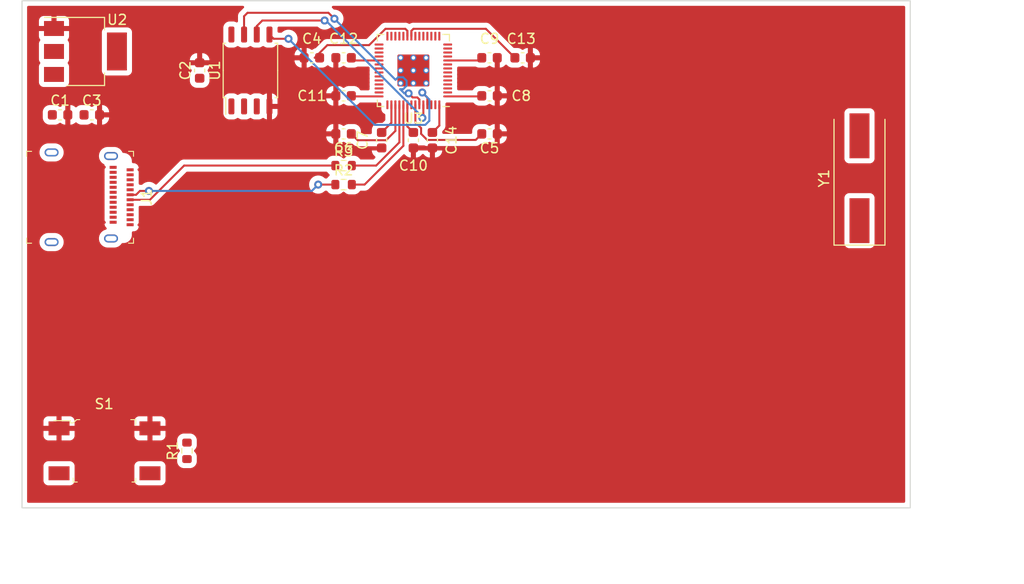
<source format=kicad_pcb>
(kicad_pcb (version 20211014) (generator pcbnew)
  (layers (0 "F.Cu" signal) (31 "B.Cu" signal) (34 "B.Paste" user) (35 "F.Paste" user) (36 "B.SilkS" user "B.Silkscreen") (37 "F.SilkS" user "F.Silkscreen") (38 "B.Mask" user) (39 "F.Mask" user) (44 "Edge.Cuts" user))
  (net 0 "")
  (net 1 "GND")
  (net 2 "Net-(R1-Pad1)")
  (net 3 "+3V3")
  (net 4 "Net-(U1-Pad2)")
  (net 5 "Net-(U1-Pad3)")
  (net 6 "Net-(U1-Pad5)")
  (net 7 "/QSPI_CLK")
  (net 8 "Net-(U1-Pad7)")
  (net 9 "VBUS")
  (net 28 "/XIN")
  (net 29 "/XOUT")
  (net 30 "+1V1")
  (net 48 "Net-(R3-Pad2)")
  (net 49 "Net-(R2-Pad2)")
  (net 59 "/USB_D+")
  (net 60 "/USB_D-")
  (footprint "Capacitor_SMD:C_0603_1608Metric" (layer "F.Cu") (at 159.325 77.47)
    (fp_text reference "C13" (at -0.14 -1.905) (layer "F.SilkS"))
    (fp_text value "100nF")
    (fp_line (start -0.14058 0.51) (end 0.14058 0.51) (layer "F.SilkS") (width 0.12))
    (fp_line (start -0.14058 -0.51) (end 0.14058 -0.51) (layer "F.SilkS") (width 0.12))
    (pad "1" smd roundrect (at -0.775 0) (size 0.9 0.95) (layers "F.Cu" "F.Paste" "F.Mask") (net 3 "+3V3"))
    (pad "2" smd roundrect (at 0.775 0) (size 0.9 0.95) (layers "F.Cu" "F.Paste" "F.Mask") (net 1 "GND"))
  )
  (footprint "custom:RP2040-QFN-56" (layer "F.Cu") (at 148.39 78.74 180)
    (fp_text reference "U3" (at 0 -4.82) (layer "F.SilkS"))
    (fp_text value "RP2040")
    (fp_line (start 3.61 3.61) (end 3.61 2.96) (layer "F.SilkS") (width 0.12))
    (fp_line (start -3.61 3.61) (end -3.61 2.96) (layer "F.SilkS") (width 0.12))
    (fp_line (start 3.61 -3.61) (end 3.61 -2.96) (layer "F.SilkS") (width 0.12))
    (fp_line (start -2.96 3.61) (end -3.61 3.61) (layer "F.SilkS") (width 0.12))
    (fp_line (start 2.96 -3.61) (end 3.61 -3.61) (layer "F.SilkS") (width 0.12))
    (fp_line (start 2.96 3.61) (end 3.61 3.61) (layer "F.SilkS") (width 0.12))
    (fp_line (start -2.96 -3.61) (end -3.61 -3.61) (layer "F.SilkS") (width 0.12))
    (pad "1" smd roundrect locked (at -3.4375 -2.6 180) (size 0.875 0.2) (layers "F.Cu" "F.Paste" "F.Mask") (net 3 "+3V3"))
    (pad "2" smd roundrect locked (at -3.4375 -2.2 180) (size 0.875 0.2) (layers "F.Cu" "F.Paste" "F.Mask"))
    (pad "3" smd roundrect locked (at -3.4375 -1.8 180) (size 0.875 0.2) (layers "F.Cu" "F.Paste" "F.Mask"))
    (pad "4" smd roundrect locked (at -3.4375 -1.4 180) (size 0.875 0.2) (layers "F.Cu" "F.Paste" "F.Mask"))
    (pad "5" smd roundrect locked (at -3.4375 -1 180) (size 0.875 0.2) (layers "F.Cu" "F.Paste" "F.Mask"))
    (pad "6" smd roundrect locked (at -3.4375 -0.6 180) (size 0.875 0.2) (layers "F.Cu" "F.Paste" "F.Mask"))
    (pad "7" smd roundrect locked (at -3.4375 -0.2 180) (size 0.875 0.2) (layers "F.Cu" "F.Paste" "F.Mask"))
    (pad "8" smd roundrect locked (at -3.4375 0.2 180) (size 0.875 0.2) (layers "F.Cu" "F.Paste" "F.Mask"))
    (pad "9" smd roundrect locked (at -3.4375 0.6 180) (size 0.875 0.2) (layers "F.Cu" "F.Paste" "F.Mask"))
    (pad "10" smd roundrect locked (at -3.4375 1 180) (size 0.875 0.2) (layers "F.Cu" "F.Paste" "F.Mask") (net 3 "+3V3"))
    (pad "11" smd roundrect locked (at -3.4375 1.4 180) (size 0.875 0.2) (layers "F.Cu" "F.Paste" "F.Mask"))
    (pad "12" smd roundrect locked (at -3.4375 1.8 180) (size 0.875 0.2) (layers "F.Cu" "F.Paste" "F.Mask"))
    (pad "13" smd roundrect locked (at -3.4375 2.2 180) (size 0.875 0.2) (layers "F.Cu" "F.Paste" "F.Mask"))
    (pad "14" smd roundrect locked (at -3.4375 2.6 180) (size 0.875 0.2) (layers "F.Cu" "F.Paste" "F.Mask"))
    (pad "15" smd roundrect locked (at -2.6 3.4375 180) (size 0.2 0.875) (layers "F.Cu" "F.Paste" "F.Mask"))
    (pad "16" smd roundrect locked (at -2.2 3.4375 180) (size 0.2 0.875) (layers "F.Cu" "F.Paste" "F.Mask"))
    (pad "17" smd roundrect locked (at -1.8 3.4375 180) (size 0.2 0.875) (layers "F.Cu" "F.Paste" "F.Mask"))
    (pad "18" smd roundrect locked (at -1.4 3.4375 180) (size 0.2 0.875) (layers "F.Cu" "F.Paste" "F.Mask"))
    (pad "19" smd roundrect locked (at -1 3.4375 180) (size 0.2 0.875) (layers "F.Cu" "F.Paste" "F.Mask"))
    (pad "20" smd roundrect locked (at -0.6 3.4375 180) (size 0.2 0.875) (layers "F.Cu" "F.Paste" "F.Mask") (net 28 "/XIN"))
    (pad "21" smd roundrect locked (at -0.2 3.4375 180) (size 0.2 0.875) (layers "F.Cu" "F.Paste" "F.Mask") (net 29 "/XOUT"))
    (pad "22" smd roundrect locked (at 0.2 3.4375 180) (size 0.2 0.875) (layers "F.Cu" "F.Paste" "F.Mask") (net 3 "+3V3"))
    (pad "23" smd roundrect locked (at 0.6 3.4375 180) (size 0.2 0.875) (layers "F.Cu" "F.Paste" "F.Mask") (net 30 "+1V1"))
    (pad "24" smd roundrect locked (at 1 3.4375 180) (size 0.2 0.875) (layers "F.Cu" "F.Paste" "F.Mask"))
    (pad "25" smd roundrect locked (at 1.4 3.4375 180) (size 0.2 0.875) (layers "F.Cu" "F.Paste" "F.Mask"))
    (pad "26" smd roundrect locked (at 1.8 3.4375 180) (size 0.2 0.875) (layers "F.Cu" "F.Paste" "F.Mask"))
    (pad "27" smd roundrect locked (at 2.2 3.4375 180) (size 0.2 0.875) (layers "F.Cu" "F.Paste" "F.Mask"))
    (pad "28" smd roundrect locked (at 2.6 3.4375 180) (size 0.2 0.875) (layers "F.Cu" "F.Paste" "F.Mask"))
    (pad "29" smd roundrect locked (at 3.4375 2.6 180) (size 0.875 0.2) (layers "F.Cu" "F.Paste" "F.Mask"))
    (pad "30" smd roundrect locked (at 3.4375 2.2 180) (size 0.875 0.2) (layers "F.Cu" "F.Paste" "F.Mask"))
    (pad "31" smd roundrect locked (at 3.4375 1.8 180) (size 0.875 0.2) (layers "F.Cu" "F.Paste" "F.Mask"))
    (pad "32" smd roundrect locked (at 3.4375 1.4 180) (size 0.875 0.2) (layers "F.Cu" "F.Paste" "F.Mask"))
    (pad "33" smd roundrect locked (at 3.4375 1 180) (size 0.875 0.2) (layers "F.Cu" "F.Paste" "F.Mask") (net 3 "+3V3"))
    (pad "34" smd roundrect locked (at 3.4375 0.6 180) (size 0.875 0.2) (layers "F.Cu" "F.Paste" "F.Mask"))
    (pad "35" smd roundrect locked (at 3.4375 0.2 180) (size 0.875 0.2) (layers "F.Cu" "F.Paste" "F.Mask"))
    (pad "36" smd roundrect locked (at 3.4375 -0.2 180) (size 0.875 0.2) (layers "F.Cu" "F.Paste" "F.Mask"))
    (pad "37" smd roundrect locked (at 3.4375 -0.6 180) (size 0.875 0.2) (layers "F.Cu" "F.Paste" "F.Mask"))
    (pad "38" smd roundrect locked (at 3.4375 -1 180) (size 0.875 0.2) (layers "F.Cu" "F.Paste" "F.Mask"))
    (pad "39" smd roundrect locked (at 3.4375 -1.4 180) (size 0.875 0.2) (layers "F.Cu" "F.Paste" "F.Mask"))
    (pad "40" smd roundrect locked (at 3.4375 -1.8 180) (size 0.875 0.2) (layers "F.Cu" "F.Paste" "F.Mask"))
    (pad "41" smd roundrect locked (at 3.4375 -2.2 180) (size 0.875 0.2) (layers "F.Cu" "F.Paste" "F.Mask"))
    (pad "42" smd roundrect locked (at 3.4375 -2.6 180) (size 0.875 0.2) (layers "F.Cu" "F.Paste" "F.Mask") (net 3 "+3V3"))
    (pad "43" smd roundrect locked (at 2.6 -3.4375 180) (size 0.2 0.875) (layers "F.Cu" "F.Paste" "F.Mask") (net 3 "+3V3"))
    (pad "44" smd roundrect locked (at 2.2 -3.4375 180) (size 0.2 0.875) (layers "F.Cu" "F.Paste" "F.Mask") (net 3 "+3V3"))
    (pad "45" smd roundrect locked (at 1.8 -3.4375 180) (size 0.2 0.875) (layers "F.Cu" "F.Paste" "F.Mask") (net 30 "+1V1"))
    (pad "46" smd roundrect locked (at 1.4 -3.4375 180) (size 0.2 0.875) (layers "F.Cu" "F.Paste" "F.Mask") (net 48 "Net-(R3-Pad2)"))
    (pad "47" smd roundrect locked (at 1 -3.4375 180) (size 0.2 0.875) (layers "F.Cu" "F.Paste" "F.Mask") (net 49 "Net-(R2-Pad2)"))
    (pad "48" smd roundrect locked (at 0.6 -3.4375 180) (size 0.2 0.875) (layers "F.Cu" "F.Paste" "F.Mask") (net 3 "+3V3"))
    (pad "49" smd roundrect locked (at 0.2 -3.4375 180) (size 0.2 0.875) (layers "F.Cu" "F.Paste" "F.Mask") (net 3 "+3V3"))
    (pad "50" smd roundrect locked (at -0.2 -3.4375 180) (size 0.2 0.875) (layers "F.Cu" "F.Paste" "F.Mask") (net 30 "+1V1"))
    (pad "51" smd roundrect locked (at -0.6 -3.4375 180) (size 0.2 0.875) (layers "F.Cu" "F.Paste" "F.Mask") (net 8 "Net-(U1-Pad7)"))
    (pad "52" smd roundrect locked (at -1 -3.4375 180) (size 0.2 0.875) (layers "F.Cu" "F.Paste" "F.Mask") (net 7 "/QSPI_CLK"))
    (pad "53" smd roundrect locked (at -1.4 -3.4375 180) (size 0.2 0.875) (layers "F.Cu" "F.Paste" "F.Mask") (net 6 "Net-(U1-Pad5)"))
    (pad "54" smd roundrect locked (at -1.8 -3.4375 180) (size 0.2 0.875) (layers "F.Cu" "F.Paste" "F.Mask") (net 5 "Net-(U1-Pad3)"))
    (pad "55" smd roundrect locked (at -2.2 -3.4375 180) (size 0.2 0.875) (layers "F.Cu" "F.Paste" "F.Mask") (net 4 "Net-(U1-Pad2)"))
    (pad "56" smd roundrect locked (at -2.6 -3.4375 180) (size 0.2 0.875) (layers "F.Cu" "F.Paste" "F.Mask") (net 3 "+3V3"))
    (pad "57" thru_hole circle locked (at -1.275 0 180) (size 0.6 0.6) (drill 0.35) (layers *.Cu))
    (pad "57" thru_hole circle locked (at 1.275 0 180) (size 0.6 0.6) (drill 0.35) (layers *.Cu))
    (pad "57" thru_hole circle locked (at 1.275 -1.275 180) (size 0.6 0.6) (drill 0.35) (layers *.Cu))
    (pad "57" thru_hole circle locked (at 0 1.275 180) (size 0.6 0.6) (drill 0.35) (layers *.Cu))
    (pad "57" smd roundrect locked (at 0 0 180) (size 3.2 3.2) (layers "F.Cu" "F.Mask") (roundrect_rratio 0.045))
    (pad "57" thru_hole circle locked (at 0 -1.275 180) (size 0.6 0.6) (drill 0.35) (layers *.Cu))
    (pad "57" thru_hole circle locked (at -1.275 1.275 180) (size 0.6 0.6) (drill 0.35) (layers *.Cu))
    (pad "57" thru_hole circle locked (at 1.275 1.275 180) (size 0.6 0.6) (drill 0.35) (layers *.Cu))
    (pad "57" thru_hole circle locked (at -1.275 -1.275 180) (size 0.6 0.6) (drill 0.35) (layers *.Cu))
    (pad "57" thru_hole circle locked (at 0 0 180) (size 0.6 0.6) (drill 0.35) (layers *.Cu))
  )
  (footprint "Resistor_SMD:R_0603_1608Metric" (layer "F.Cu") (at 141.405 88.265)
    (fp_text reference "R3" (at 0 -1.43) (layer "F.SilkS"))
    (fp_text value "27.4")
    (fp_line (start -0.237258 0.5225) (end 0.237258 0.5225) (layer "F.SilkS") (width 0.12))
    (fp_line (start -0.237258 -0.5225) (end 0.237258 -0.5225) (layer "F.SilkS") (width 0.12))
    (pad "1" smd roundrect (at -0.825 0) (size 0.8 0.95) (layers "F.Cu" "F.Paste" "F.Mask") (net 60 "/USB_D-"))
    (pad "2" smd roundrect (at 0.825 0) (size 0.8 0.95) (layers "F.Cu" "F.Paste" "F.Mask") (net 48 "Net-(R3-Pad2)"))
  )
  (footprint "Resistor_SMD:R_0603_1608Metric" (layer "F.Cu") (at 141.405 90.17)
    (fp_text reference "R2" (at 0 -1.43) (layer "F.SilkS"))
    (fp_text value "27.4")
    (fp_line (start -0.237258 0.5225) (end 0.237258 0.5225) (layer "F.SilkS") (width 0.12))
    (fp_line (start -0.237258 -0.5225) (end 0.237258 -0.5225) (layer "F.SilkS") (width 0.12))
    (pad "1" smd roundrect (at -0.825 0) (size 0.8 0.95) (layers "F.Cu" "F.Paste" "F.Mask") (net 59 "/USB_D+"))
    (pad "2" smd roundrect (at 0.825 0) (size 0.8 0.95) (layers "F.Cu" "F.Paste" "F.Mask") (net 49 "Net-(R2-Pad2)"))
  )
  (footprint "Capacitor_SMD:C_0603_1608Metric" (layer "F.Cu") (at 156.01 77.47)
    (fp_text reference "C9" (at 0 -1.905) (layer "F.SilkS"))
    (fp_text value "100nF")
    (fp_line (start -0.14058 0.51) (end 0.14058 0.51) (layer "F.SilkS") (width 0.12))
    (fp_line (start -0.14058 -0.51) (end 0.14058 -0.51) (layer "F.SilkS") (width 0.12))
    (pad "1" smd roundrect (at -0.775 0) (size 0.9 0.95) (layers "F.Cu" "F.Paste" "F.Mask") (net 3 "+3V3"))
    (pad "2" smd roundrect (at 0.775 0) (size 0.9 0.95) (layers "F.Cu" "F.Paste" "F.Mask") (net 1 "GND"))
  )
  (footprint "Capacitor_SMD:C_0603_1608Metric" (layer "F.Cu") (at 141.405 85.09 180)
    (fp_text reference "C6" (at 0 -1.43) (layer "F.SilkS"))
    (fp_text value "1uF")
    (fp_line (start -0.14058 0.51) (end 0.14058 0.51) (layer "F.SilkS") (width 0.12))
    (fp_line (start -0.14058 -0.51) (end 0.14058 -0.51) (layer "F.SilkS") (width 0.12))
    (pad "1" smd roundrect (at -0.775 0 180) (size 0.9 0.95) (layers "F.Cu" "F.Paste" "F.Mask") (net 30 "+1V1"))
    (pad "2" smd roundrect (at 0.775 0 180) (size 0.9 0.95) (layers "F.Cu" "F.Paste" "F.Mask") (net 1 "GND"))
  )
  (footprint "Crystal:Crystal_SMD_HC49-SD" (layer "F.Cu") (at 193.04 89.535 90)
    (fp_text reference "Y1" (at 0 -3.55 90) (layer "F.SilkS"))
    (fp_text value "ABLS-12.000MHZ-B4-T")
    (fp_line (start -6.7 2.55) (end 5.9 2.55) (layer "F.SilkS") (width 0.12))
    (fp_line (start 5.9 -2.55) (end -6.7 -2.55) (layer "F.SilkS") (width 0.12))
    (fp_line (start -6.7 -2.55) (end -6.7 2.55) (layer "F.SilkS") (width 0.12))
    (pad "1" smd rect (at -4.25 0 90) (size 4.5 2) (layers "F.Cu" "F.Paste" "F.Mask") (net 28 "/XIN"))
    (pad "2" smd rect (at 4.25 0 90) (size 4.5 2) (layers "F.Cu" "F.Paste" "F.Mask") (net 29 "/XOUT"))
  )
  (footprint "custom:name" (layer "F.Cu") (at 153.67 97.155)
    (fp_text reference "Ref**" hide)
    (fp_text value "Val**" hide)
  )
  (footprint "custom:info" (layer "F.Cu") (at 152.971305 98.053663)
    (fp_text reference "Ref**" hide)
    (fp_text value "Val**" hide)
  )
  (footprint "Capacitor_SMD:C_0603_1608Metric" (layer "F.Cu") (at 141.405 77.47 180)
    (fp_text reference "C12" (at 0 1.905) (layer "F.SilkS"))
    (fp_text value "100nF")
    (fp_line (start -0.14058 -0.51) (end 0.14058 -0.51) (layer "F.SilkS") (width 0.12))
    (fp_line (start -0.14058 0.51) (end 0.14058 0.51) (layer "F.SilkS") (width 0.12))
    (pad "1" smd roundrect (at -0.775 0 180) (size 0.9 0.95) (layers "F.Cu" "F.Paste" "F.Mask") (net 3 "+3V3"))
    (pad "2" smd roundrect (at 0.775 0 180) (size 0.9 0.95) (layers "F.Cu" "F.Paste" "F.Mask") (net 1 "GND"))
  )
  (footprint "Capacitor_SMD:C_0603_1608Metric" (layer "F.Cu") (at 145.215 85.725 -90)
    (fp_text reference "C7" (at 0 1.905 90) (layer "F.SilkS"))
    (fp_text value "1uF")
    (fp_line (start -0.14058 0.51) (end 0.14058 0.51) (layer "F.SilkS") (width 0.12))
    (fp_line (start -0.14058 -0.51) (end 0.14058 -0.51) (layer "F.SilkS") (width 0.12))
    (pad "1" smd roundrect (at -0.775 0 270) (size 0.9 0.95) (layers "F.Cu" "F.Paste" "F.Mask") (net 3 "+3V3"))
    (pad "2" smd roundrect (at 0.775 0 270) (size 0.9 0.95) (layers "F.Cu" "F.Paste" "F.Mask") (net 1 "GND"))
  )
  (footprint "Capacitor_SMD:C_0603_1608Metric" (layer "F.Cu") (at 141.405 81.28 180)
    (fp_text reference "C11" (at 3.175 0) (layer "F.SilkS"))
    (fp_text value "100nF")
    (fp_line (start -0.14058 -0.51) (end 0.14058 -0.51) (layer "F.SilkS") (width 0.12))
    (fp_line (start -0.14058 0.51) (end 0.14058 0.51) (layer "F.SilkS") (width 0.12))
    (pad "1" smd roundrect (at -0.775 0 180) (size 0.9 0.95) (layers "F.Cu" "F.Paste" "F.Mask") (net 3 "+3V3"))
    (pad "2" smd roundrect (at 0.775 0 180) (size 0.9 0.95) (layers "F.Cu" "F.Paste" "F.Mask") (net 1 "GND"))
  )
  (footprint "Capacitor_SMD:C_0603_1608Metric" (layer "F.Cu") (at 156.01 81.28)
    (fp_text reference "C8" (at 3.175 0) (layer "F.SilkS"))
    (fp_text value "100nF")
    (fp_line (start -0.14058 -0.51) (end 0.14058 -0.51) (layer "F.SilkS") (width 0.12))
    (fp_line (start -0.14058 0.51) (end 0.14058 0.51) (layer "F.SilkS") (width 0.12))
    (pad "1" smd roundrect (at -0.775 0) (size 0.9 0.95) (layers "F.Cu" "F.Paste" "F.Mask") (net 3 "+3V3"))
    (pad "2" smd roundrect (at 0.775 0) (size 0.9 0.95) (layers "F.Cu" "F.Paste" "F.Mask") (net 1 "GND"))
  )
  (footprint "Capacitor_SMD:C_0603_1608Metric" (layer "F.Cu") (at 127 78.74 90)
    (fp_text reference "C2" (at 0 -1.43 90) (layer "F.SilkS"))
    (fp_text value "100nF")
    (fp_line (start -0.14058 0.51) (end 0.14058 0.51) (layer "F.SilkS") (width 0.12))
    (fp_line (start -0.14058 -0.51) (end 0.14058 -0.51) (layer "F.SilkS") (width 0.12))
    (pad "1" smd roundrect (at -0.775 0 90) (size 0.9 0.95) (layers "F.Cu" "F.Paste" "F.Mask") (net 3 "+3V3"))
    (pad "2" smd roundrect (at 0.775 0 90) (size 0.9 0.95) (layers "F.Cu" "F.Paste" "F.Mask") (net 1 "GND"))
  )
  (footprint "Package_SO:SOIC-8_5.23x5.23mm_P1.27mm" (layer "F.Cu") (at 132.08 78.74 90)
    (fp_text reference "U1" (at 0 -3.56 90) (layer "F.SilkS"))
    (fp_text value "W25Q128JVS")
    (fp_line (start -2.725 2.725) (end -2.725 2.465) (layer "F.SilkS") (width 0.12))
    (fp_line (start -2.725 -2.465) (end -4.4 -2.465) (layer "F.SilkS") (width 0.12))
    (fp_line (start 2.725 -2.725) (end 2.725 -2.465) (layer "F.SilkS") (width 0.12))
    (fp_line (start 2.725 2.725) (end 2.725 2.465) (layer "F.SilkS") (width 0.12))
    (fp_line (start 0 -2.725) (end -2.725 -2.725) (layer "F.SilkS") (width 0.12))
    (fp_line (start 0 2.725) (end 2.725 2.725) (layer "F.SilkS") (width 0.12))
    (fp_line (start 0 -2.725) (end 2.725 -2.725) (layer "F.SilkS") (width 0.12))
    (fp_line (start -2.725 -2.725) (end -2.725 -2.465) (layer "F.SilkS") (width 0.12))
    (fp_line (start 0 2.725) (end -2.725 2.725) (layer "F.SilkS") (width 0.12))
    (pad "1" smd roundrect (at -3.6 -1.905 90) (size 1.6 0.6) (layers "F.Cu" "F.Paste" "F.Mask") (net 3 "+3V3"))
    (pad "2" smd roundrect (at -3.6 -0.635 90) (size 1.6 0.6) (layers "F.Cu" "F.Paste" "F.Mask") (net 4 "Net-(U1-Pad2)"))
    (pad "3" smd roundrect (at -3.6 0.635 90) (size 1.6 0.6) (layers "F.Cu" "F.Paste" "F.Mask") (net 5 "Net-(U1-Pad3)"))
    (pad "4" smd roundrect (at -3.6 1.905 90) (size 1.6 0.6) (layers "F.Cu" "F.Paste" "F.Mask") (net 1 "GND"))
    (pad "5" smd roundrect (at 3.6 1.905 90) (size 1.6 0.6) (layers "F.Cu" "F.Paste" "F.Mask") (net 6 "Net-(U1-Pad5)"))
    (pad "6" smd roundrect (at 3.6 0.635 90) (size 1.6 0.6) (layers "F.Cu" "F.Paste" "F.Mask") (net 7 "/QSPI_CLK"))
    (pad "7" smd roundrect (at 3.6 -0.635 90) (size 1.6 0.6) (layers "F.Cu" "F.Paste" "F.Mask") (net 8 "Net-(U1-Pad7)"))
    (pad "8" smd roundrect (at 3.6 -1.905 90) (size 1.6 0.6) (layers "F.Cu" "F.Paste" "F.Mask") (net 3 "+3V3"))
  )
  (footprint "digikey-footprints:Switch_Tactile_SMD_6x6mm" (layer "F.Cu") (at 117.475 116.84)
    (fp_text reference "S1" (at -0.03 -4.69) (layer "F.SilkS"))
    (fp_text value "FSM4JSMATR")
    (fp_line (start -2.725 3.125) (end -3.125 3.125) (layer "F.SilkS") (width 0.1))
    (fp_line (start 3.125 -2.575) (end 3.125 -3.125) (layer "F.SilkS") (width 0.1))
    (fp_line (start -2.775 -3.125) (end -2.475 -3.125) (layer "F.SilkS") (width 0.1))
    (fp_line (start 3.125 3.125) (end 2.75 3.125) (layer "F.SilkS") (width 0.1))
    (fp_line (start 3.125 2.75) (end 3.125 3.125) (layer "F.SilkS") (width 0.1))
    (fp_line (start -2.775 -3.125) (end -3.125 -2.8) (layer "F.SilkS") (width 0.1))
    (fp_line (start -3.125 3.125) (end -3.125 2.725) (layer "F.SilkS") (width 0.1))
    (fp_line (start -3.425 -3.025) (end -5.075 -3.025) (layer "F.SilkS") (width 0.1))
    (fp_line (start -3.425 -2.8) (end -3.425 -3.025) (layer "F.SilkS") (width 0.1))
    (fp_line (start 3.125 -3.125) (end 2.625 -3.125) (layer "F.SilkS") (width 0.1))
    (fp_line (start -3.125 -2.8) (end -3.425 -2.8) (layer "F.SilkS") (width 0.1))
    (pad "1" smd rect locked (at -4.55 -2.25 270) (size 1.4 2.1) (layers "F.Cu" "F.Paste" "F.Mask") (net 1 "GND"))
    (pad "2" smd rect locked (at 4.55 -2.25 270) (size 1.4 2.1) (layers "F.Cu" "F.Paste" "F.Mask") (net 1 "GND"))
    (pad "3" smd rect locked (at -4.55 2.25 270) (size 1.4 2.1) (layers "F.Cu" "F.Paste" "F.Mask") (net 2 "Net-(R1-Pad1)"))
    (pad "4" smd rect locked (at 4.55 2.25 270) (size 1.4 2.1) (layers "F.Cu" "F.Paste" "F.Mask") (net 2 "Net-(R1-Pad1)"))
  )
  (footprint "digikey-footprints:USB-C_Female_12401X" (layer "F.Cu") (at 119.38 91.44 -90)
    (fp_text reference "J1" (at 0 -2.31 90) (layer "F.SilkS"))
    (fp_text value "USB_C_Receptacle")
    (fp_line (start 4.6 9.7) (end 4.6 9.2) (layer "F.SilkS") (width 0.1))
    (fp_line (start 4.6 9.7) (end 4.1 9.7) (layer "F.SilkS") (width 0.1))
    (fp_line (start -4.6 9.7) (end -4.6 9.2) (layer "F.SilkS") (width 0.1))
    (fp_line (start -4.6 -1) (end -4.1 -1) (layer "F.SilkS") (width 0.1))
    (fp_line (start 4.6 -1) (end 4.1 -1) (layer "F.SilkS") (width 0.1))
    (fp_line (start -4.6 9.7) (end -4.1 9.7) (layer "F.SilkS") (width 0.1))
    (fp_line (start 4.6 -1) (end 4.6 -0.5) (layer "F.SilkS") (width 0.1))
    (fp_line (start -4.6 -1) (end -4.6 -0.5) (layer "F.SilkS") (width 0.1))
    (pad "" np_thru_hole oval locked (at 3.6 0 270) (size 0.95 0.65) (drill oval 0.95 0.65) (layers *.Cu *.Mask))
    (pad "" np_thru_hole circle locked (at -3.6 0 270) (size 0.65 0.65) (drill 0.65) (layers *.Cu *.Mask))
    (pad "A1" smd rect locked (at -2.75 -0.66 270) (size 0.3 0.7) (layers "F.Cu" "F.Paste" "F.Mask") (net 1 "GND"))
    (pad "A2" smd rect locked (at -2.25 -0.66 270) (size 0.3 0.7) (layers "F.Cu" "F.Paste" "F.Mask"))
    (pad "A3" smd rect locked (at -1.75 -0.66 270) (size 0.3 0.7) (layers "F.Cu" "F.Paste" "F.Mask"))
    (pad "A4" smd rect locked (at -1.25 -0.66 270) (size 0.3 0.7) (layers "F.Cu" "F.Paste" "F.Mask") (net 9 "VBUS"))
    (pad "A5" smd rect locked (at -0.75 -0.66 270) (size 0.3 0.7) (layers "F.Cu" "F.Paste" "F.Mask"))
    (pad "A6" smd rect locked (at -0.25 -0.66 270) (size 0.3 0.7) (layers "F.Cu" "F.Paste" "F.Mask") (net 59 "/USB_D+"))
    (pad "A7" smd rect locked (at 0.25 -0.66 270) (size 0.3 0.7) (layers "F.Cu" "F.Paste" "F.Mask") (net 60 "/USB_D-"))
    (pad "A8" smd rect locked (at 0.75 -0.66 270) (size 0.3 0.7) (layers "F.Cu" "F.Paste" "F.Mask"))
    (pad "A9" smd rect locked (at 1.25 -0.66 270) (size 0.3 0.7) (layers "F.Cu" "F.Paste" "F.Mask") (net 9 "VBUS"))
    (pad "A10" smd rect locked (at 1.75 -0.66 270) (size 0.3 0.7) (layers "F.Cu" "F.Paste" "F.Mask"))
    (pad "A11" smd rect locked (at 2.25 -0.66 270) (size 0.3 0.7) (layers "F.Cu" "F.Paste" "F.Mask"))
    (pad "A12" smd rect locked (at 2.75 -0.66 270) (size 0.3 0.7) (layers "F.Cu" "F.Paste" "F.Mask") (net 1 "GND"))
    (pad "B1" smd rect locked (at 2.5 1.04 270) (size 0.3 0.7) (layers "F.Cu" "F.Paste" "F.Mask") (net 1 "GND"))
    (pad "B2" smd rect locked (at 2 1.04 270) (size 0.3 0.7) (layers "F.Cu" "F.Paste" "F.Mask"))
    (pad "B3" smd rect locked (at 1.5 1.04 270) (size 0.3 0.7) (layers "F.Cu" "F.Paste" "F.Mask"))
    (pad "B4" smd rect locked (at 1 1.04 270) (size 0.3 0.7) (layers "F.Cu" "F.Paste" "F.Mask") (net 9 "VBUS"))
    (pad "B5" smd rect locked (at 0.5 1.04 270) (size 0.3 0.7) (layers "F.Cu" "F.Paste" "F.Mask"))
    (pad "B6" smd rect locked (at 0 1.04 270) (size 0.3 0.7) (layers "F.Cu" "F.Paste" "F.Mask") (net 59 "/USB_D+"))
    (pad "B7" smd rect locked (at -0.5 1.04 270) (size 0.3 0.7) (layers "F.Cu" "F.Paste" "F.Mask") (net 60 "/USB_D-"))
    (pad "B8" smd rect locked (at -1 1.04 270) (size 0.3 0.7) (layers "F.Cu" "F.Paste" "F.Mask"))
    (pad "B9" smd rect locked (at -1.5 1.04 270) (size 0.3 0.7) (layers "F.Cu" "F.Paste" "F.Mask") (net 9 "VBUS"))
    (pad "B10" smd rect locked (at -2 1.04 270) (size 0.3 0.7) (layers "F.Cu" "F.Paste" "F.Mask"))
    (pad "B11" smd rect locked (at -2.5 1.04 270) (size 0.3 0.7) (layers "F.Cu" "F.Paste" "F.Mask"))
    (pad "B12" smd rect locked (at -3 1.04 270) (size 0.3 0.7) (layers "F.Cu" "F.Paste" "F.Mask") (net 1 "GND"))
    (pad "SH" thru_hole oval locked (at -4.49 7.2 270) (size 0.8 1.4) (drill oval 0.5 1.1) (layers *.Cu *.Mask))
    (pad "SH" thru_hole oval locked (at 4.49 7.2 270) (size 0.8 1.4) (drill oval 0.5 1.1) (layers *.Cu *.Mask))
    (pad "SH" thru_hole oval locked (at 4.13 1.25 270) (size 0.8 1.4) (drill oval 0.5 1.1) (layers *.Cu *.Mask))
    (pad "SH" thru_hole oval locked (at -4.13 1.25 270) (size 0.8 1.4) (drill oval 0.5 1.1) (layers *.Cu *.Mask))
  )
  (footprint "Capacitor_SMD:C_0603_1608Metric" (layer "F.Cu") (at 113.03 83.185)
    (fp_text reference "C1" (at 0 -1.43) (layer "F.SilkS"))
    (fp_text value "10uF")
    (fp_line (start -0.14058 -0.51) (end 0.14058 -0.51) (layer "F.SilkS") (width 0.12))
    (fp_line (start -0.14058 0.51) (end 0.14058 0.51) (layer "F.SilkS") (width 0.12))
    (pad "1" smd roundrect (at -0.775 0) (size 0.9 0.95) (layers "F.Cu" "F.Paste" "F.Mask") (net 9 "VBUS"))
    (pad "2" smd roundrect (at 0.775 0) (size 0.9 0.95) (layers "F.Cu" "F.Paste" "F.Mask") (net 1 "GND"))
  )
  (footprint "Capacitor_SMD:C_0603_1608Metric" (layer "F.Cu") (at 116.205 83.185)
    (fp_text reference "C3" (at 0 -1.43) (layer "F.SilkS"))
    (fp_text value "10uF")
    (fp_line (start -0.14058 -0.51) (end 0.14058 -0.51) (layer "F.SilkS") (width 0.12))
    (fp_line (start -0.14058 0.51) (end 0.14058 0.51) (layer "F.SilkS") (width 0.12))
    (pad "1" smd roundrect (at -0.775 0) (size 0.9 0.95) (layers "F.Cu" "F.Paste" "F.Mask") (net 3 "+3V3"))
    (pad "2" smd roundrect (at 0.775 0) (size 0.9 0.95) (layers "F.Cu" "F.Paste" "F.Mask") (net 1 "GND"))
  )
  (footprint "Package_TO_SOT_SMD:SOT-223-3_TabPin2" (layer "F.Cu") (at 115.57 76.835)
    (fp_text reference "U2" (at 3.175 -3.175) (layer "F.SilkS"))
    (fp_text value "NCP1117-3.3_SOT223")
    (fp_line (start 1.91 -3.41) (end 1.91 -2.15) (layer "F.SilkS") (width 0.12))
    (fp_line (start -1.85 3.41) (end 1.91 3.41) (layer "F.SilkS") (width 0.12))
    (fp_line (start 1.91 3.41) (end 1.91 2.15) (layer "F.SilkS") (width 0.12))
    (fp_line (start -4.1 -3.41) (end 1.91 -3.41) (layer "F.SilkS") (width 0.12))
    (pad "1" smd rect (at -3.15 -2.3) (size 2 1.5) (layers "F.Cu" "F.Paste" "F.Mask") (net 1 "GND"))
    (pad "2" smd rect (at -3.15 0) (size 2 1.5) (layers "F.Cu" "F.Paste" "F.Mask") (net 3 "+3V3"))
    (pad "2" smd rect (at 3.15 0) (size 2 3.8) (layers "F.Cu" "F.Paste" "F.Mask") (net 3 "+3V3"))
    (pad "3" smd rect (at -3.15 2.3) (size 2 1.5) (layers "F.Cu" "F.Paste" "F.Mask") (net 9 "VBUS"))
  )
  (footprint "Capacitor_SMD:C_0603_1608Metric" (layer "F.Cu") (at 148.39 85.725 -90)
    (fp_text reference "C10" (at 2.54 0 180) (layer "F.SilkS"))
    (fp_text value "100nF")
    (fp_line (start -0.14058 0.51) (end 0.14058 0.51) (layer "F.SilkS") (width 0.12))
    (fp_line (start -0.14058 -0.51) (end 0.14058 -0.51) (layer "F.SilkS") (width 0.12))
    (pad "1" smd roundrect (at -0.775 0 270) (size 0.9 0.95) (layers "F.Cu" "F.Paste" "F.Mask") (net 3 "+3V3"))
    (pad "2" smd roundrect (at 0.775 0 270) (size 0.9 0.95) (layers "F.Cu" "F.Paste" "F.Mask") (net 1 "GND"))
  )
  (footprint "Capacitor_SMD:C_0603_1608Metric" (layer "F.Cu") (at 138.23 77.47)
    (fp_text reference "C4" (at 0 -1.905) (layer "F.SilkS"))
    (fp_text value "100nF")
    (fp_line (start -0.14058 -0.51) (end 0.14058 -0.51) (layer "F.SilkS") (width 0.12))
    (fp_line (start -0.14058 0.51) (end 0.14058 0.51) (layer "F.SilkS") (width 0.12))
    (pad "1" smd roundrect (at -0.775 0) (size 0.9 0.95) (layers "F.Cu" "F.Paste" "F.Mask") (net 1 "GND"))
    (pad "2" smd roundrect (at 0.775 0) (size 0.9 0.95) (layers "F.Cu" "F.Paste" "F.Mask") (net 30 "+1V1"))
  )
  (footprint "Resistor_SMD:R_0603_1608Metric" (layer "F.Cu") (at 125.73 116.84 90)
    (fp_text reference "R1" (at 0 -1.43 90) (layer "F.SilkS"))
    (fp_text value "1k")
    (fp_line (start -0.237258 0.5225) (end 0.237258 0.5225) (layer "F.SilkS") (width 0.12))
    (fp_line (start -0.237258 -0.5225) (end 0.237258 -0.5225) (layer "F.SilkS") (width 0.12))
    (pad "1" smd roundrect (at -0.825 0 90) (size 0.8 0.95) (layers "F.Cu" "F.Paste" "F.Mask") (net 2 "Net-(R1-Pad1)"))
    (pad "2" smd roundrect (at 0.825 0 90) (size 0.8 0.95) (layers "F.Cu" "F.Paste" "F.Mask") (net 3 "+3V3"))
  )
  (footprint "Capacitor_SMD:C_0603_1608Metric" (layer "F.Cu") (at 156.01 85.09 180)
    (fp_text reference "C5" (at 0 -1.43) (layer "F.SilkS"))
    (fp_text value "100nF")
    (fp_line (start -0.14058 0.51) (end 0.14058 0.51) (layer "F.SilkS") (width 0.12))
    (fp_line (start -0.14058 -0.51) (end 0.14058 -0.51) (layer "F.SilkS") (width 0.12))
    (pad "1" smd roundrect (at -0.775 0 180) (size 0.9 0.95) (layers "F.Cu" "F.Paste" "F.Mask") (net 1 "GND"))
    (pad "2" smd roundrect (at 0.775 0 180) (size 0.9 0.95) (layers "F.Cu" "F.Paste" "F.Mask") (net 30 "+1V1"))
  )
  (footprint "Capacitor_SMD:C_0603_1608Metric" (layer "F.Cu") (at 150.295 85.725 -90)
    (fp_text reference "C14" (at 0 -1.905 90) (layer "F.SilkS"))
    (fp_text value "100nF")
    (fp_line (start -0.14058 0.51) (end 0.14058 0.51) (layer "F.SilkS") (width 0.12))
    (fp_line (start -0.14058 -0.51) (end 0.14058 -0.51) (layer "F.SilkS") (width 0.12))
    (pad "1" smd roundrect (at -0.775 0 270) (size 0.9 0.95) (layers "F.Cu" "F.Paste" "F.Mask") (net 3 "+3V3"))
    (pad "2" smd roundrect (at 0.775 0 270) (size 0.9 0.95) (layers "F.Cu" "F.Paste" "F.Mask") (net 1 "GND"))
  )
  (gr_rect (start 109.22 71.755) (end 198.12 122.555) (layer "Edge.Cuts") (width 0.1) (fill none))
  (segment (start 155.235 77.47) (end 154.965 77.74) (width 0.2) (layer "F.Cu") (net 3))
  (segment (start 148.19 74.770705) (end 148.19 75.3025) (width 0.2) (layer "F.Cu") (net 3))
  (segment (start 142.18 81.28) (end 142.24 81.34) (width 0.2) (layer "F.Cu") (net 3))
  (segment (start 148.39 84.95) (end 147.79 84.35) (width 0.2) (layer "F.Cu") (net 3))
  (segment (start 150.295 84.95) (end 150.99 84.255) (width 0.2) (layer "F.Cu") (net 3))
  (segment (start 146.19 82.1775) (end 146.19 83.975) (width 0.2) (layer "F.Cu") (net 3))
  (segment (start 155.175 81.34) (end 151.8275 81.34) (width 0.2) (layer "F.Cu") (net 3))
  (segment (start 158.55 77.47) (end 155.64548 74.56548) (width 0.2) (layer "F.Cu") (net 3))
  (segment (start 155.64548 74.56548) (end 148.395225 74.56548) (width 0.2) (layer "F.Cu") (net 3))
  (segment (start 148.395225 74.56548) (end 148.19 74.770705) (width 0.2) (layer "F.Cu") (net 3))
  (segment (start 142.45 77.74) (end 144.9525 77.74) (width 0.2) (layer "F.Cu") (net 3))
  (segment (start 154.965 77.74) (end 151.8275 77.74) (width 0.2) (layer "F.Cu") (net 3))
  (segment (start 142.18 77.47) (end 142.45 77.74) (width 0.2) (layer "F.Cu") (net 3))
  (segment (start 146.19 83.975) (end 145.215 84.95) (width 0.2) (layer "F.Cu") (net 3))
  (segment (start 155.235 81.28) (end 155.175 81.34) (width 0.2) (layer "F.Cu") (net 3))
  (segment (start 142.24 81.34) (end 144.9525 81.34) (width 0.2) (layer "F.Cu") (net 3))
  (segment (start 150.99 84.255) (end 150.99 82.1775) (width 0.2) (layer "F.Cu") (net 3))
  (segment (start 147.79 84.35) (end 147.79 82.1775) (width 0.2) (layer "F.Cu") (net 3))
  (segment (start 149.281822 80.948284) (end 149.79 81.456462) (width 0.2) (layer "F.Cu") (net 6))
  (segment (start 134.41 75.565) (end 133.985 75.14) (width 0.2) (layer "F.Cu") (net 6))
  (segment (start 149.79 81.456462) (end 149.79 82.1775) (width 0.2) (layer "F.Cu") (net 6))
  (segment (start 135.89 75.565) (end 134.41 75.565) (width 0.2) (layer "F.Cu") (net 6))
  (via (at 149.281822 80.948284) (size 0.8) (drill 0.4) (layers "F.Cu" "B.Cu") (net 6))
  (via (at 135.89 75.565) (size 0.8) (drill 0.4) (layers "F.Cu" "B.Cu") (net 6))
  (segment (start 144.514322 84.189322) (end 135.89 75.565) (width 0.2) (layer "B.Cu") (net 6))
  (segment (start 149.989011 83.779559) (end 149.579248 84.189322) (width 0.2) (layer "B.Cu") (net 6))
  (segment (start 149.989011 81.655473) (end 149.989011 83.779559) (width 0.2) (layer "B.Cu") (net 6))
  (segment (start 149.579248 84.189322) (end 144.514322 84.189322) (width 0.2) (layer "B.Cu") (net 6))
  (segment (start 149.281822 80.948284) (end 149.989011 81.655473) (width 0.2) (layer "B.Cu") (net 6))
  (segment (start 149.2895 83.489811) (end 149.39 83.389311) (width 0.2) (layer "F.Cu") (net 7))
  (segment (start 133.273434 73.736566) (end 132.715 74.295) (width 0.2) (layer "F.Cu") (net 7))
  (segment (start 139.503905 73.736566) (end 133.273434 73.736566) (width 0.2) (layer "F.Cu") (net 7))
  (segment (start 149.39 83.389311) (end 149.39 82.1775) (width 0.2) (layer "F.Cu") (net 7))
  (segment (start 132.715 74.295) (end 132.715 75.14) (width 0.2) (layer "F.Cu") (net 7))
  (via (at 139.503905 73.736566) (size 0.8) (drill 0.4) (layers "F.Cu" "B.Cu") (net 7))
  (via (at 149.2895 83.489811) (size 0.8) (drill 0.4) (layers "F.Cu" "B.Cu") (net 7))
  (segment (start 149.2895 83.4019) (end 149.2895 83.489811) (width 0.2) (layer "B.Cu") (net 7))
  (segment (start 139.503905 73.736566) (end 139.624166 73.736566) (width 0.2) (layer "B.Cu") (net 7))
  (segment (start 139.624166 73.736566) (end 149.2895 83.4019) (width 0.2) (layer "B.Cu") (net 7))
  (segment (start 147.91155 81.034707) (end 148.317323 81.44048) (width 0.2) (layer "F.Cu") (net 8))
  (segment (start 148.784775 81.44048) (end 148.99 81.645705) (width 0.2) (layer "F.Cu") (net 8))
  (segment (start 148.99 81.645705) (end 148.99 82.1775) (width 0.2) (layer "F.Cu") (net 8))
  (segment (start 131.445 73.305741) (end 131.445 75.14) (width 0.2) (layer "F.Cu") (net 8))
  (segment (start 148.317323 81.44048) (end 148.784775 81.44048) (width 0.2) (layer "F.Cu") (net 8))
  (segment (start 139.889489 72.960489) (end 131.790252 72.960489) (width 0.2) (layer "F.Cu") (net 8))
  (segment (start 140.4874 73.5584) (end 139.889489 72.960489) (width 0.2) (layer "F.Cu") (net 8))
  (segment (start 131.790252 72.960489) (end 131.445 73.305741) (width 0.2) (layer "F.Cu") (net 8))
  (via (at 147.91155 81.034707) (size 0.8) (drill 0.4) (layers "F.Cu" "B.Cu") (net 8))
  (via (at 140.4874 73.5584) (size 0.8) (drill 0.4) (layers "F.Cu" "B.Cu") (net 8))
  (segment (start 147.067117 80.614511) (end 147.363327 80.614511) (width 0.2) (layer "B.Cu") (net 8))
  (segment (start 147.714511 79.766673) (end 147.363327 79.415489) (width 0.2) (layer "B.Cu") (net 8))
  (segment (start 147.487313 81.034707) (end 147.067117 80.614511) (width 0.2) (layer "B.Cu") (net 8))
  (segment (start 146.866673 79.415489) (end 146.605581 79.676581) (width 0.2) (layer "B.Cu") (net 8))
  (segment (start 147.91155 81.034707) (end 147.487313 81.034707) (width 0.2) (layer "B.Cu") (net 8))
  (segment (start 147.363327 79.415489) (end 146.866673 79.415489) (width 0.2) (layer "B.Cu") (net 8))
  (segment (start 147.363327 80.614511) (end 147.714511 80.263327) (width 0.2) (layer "B.Cu") (net 8))
  (segment (start 146.605581 79.676581) (end 140.4874 73.5584) (width 0.2) (layer "B.Cu") (net 8))
  (segment (start 147.714511 80.263327) (end 147.714511 79.766673) (width 0.2) (layer "B.Cu") (net 8))
  (segment (start 142.815 85.725) (end 142.18 85.09) (width 0.2) (layer "F.Cu") (net 30))
  (segment (start 147.79 74.770705) (end 147.584775 74.56548) (width 0.2) (layer "F.Cu") (net 30))
  (segment (start 145.595225 74.56548) (end 143.960705 76.2) (width 0.2) (layer "F.Cu") (net 30))
  (segment (start 148.59 83.933217) (end 148.59 82.1775) (width 0.2) (layer "F.Cu") (net 30))
  (segment (start 154.62548 85.69952) (end 149.77404 85.69952) (width 0.2) (layer "F.Cu") (net 30))
  (segment (start 149.16452 84.507737) (end 148.59 83.933217) (width 0.2) (layer "F.Cu") (net 30))
  (segment (start 145.656783 85.725) (end 142.815 85.725) (width 0.2) (layer "F.Cu") (net 30))
  (segment (start 149.16452 85.09) (end 149.16452 84.507737) (width 0.2) (layer "F.Cu") (net 30))
  (segment (start 147.584775 74.56548) (end 145.595225 74.56548) (width 0.2) (layer "F.Cu") (net 30))
  (segment (start 146.59 84.791783) (end 145.656783 85.725) (width 0.2) (layer "F.Cu") (net 30))
  (segment (start 147.79 75.3025) (end 147.79 74.770705) (width 0.2) (layer "F.Cu") (net 30))
  (segment (start 155.235 85.09) (end 154.62548 85.69952) (width 0.2) (layer "F.Cu") (net 30))
  (segment (start 139.78 76.2) (end 138.51 77.47) (width 0.2) (layer "F.Cu") (net 30))
  (segment (start 146.59 82.1775) (end 146.59 84.791783) (width 0.2) (layer "F.Cu") (net 30))
  (segment (start 143.960705 76.2) (end 139.78 76.2) (width 0.2) (layer "F.Cu") (net 30))
  (segment (start 149.77404 85.69952) (end 149.16452 85.09) (width 0.2) (layer "F.Cu") (net 30))
  (segment (start 146.99 85.941783) (end 146.99 82.1775) (width 0.2) (layer "F.Cu") (net 48))
  (segment (start 144.666783 88.265) (end 146.99 85.941783) (width 0.2) (layer "F.Cu") (net 48))
  (segment (start 142.23 88.265) (end 144.666783 88.265) (width 0.2) (layer "F.Cu") (net 48))
  (segment (start 147.39 86.283217) (end 147.39 82.1775) (width 0.2) (layer "F.Cu") (net 49))
  (segment (start 143.503217 90.17) (end 147.39 86.283217) (width 0.2) (layer "F.Cu") (net 49))
  (segment (start 142.23 90.17) (end 143.503217 90.17) (width 0.2) (layer "F.Cu") (net 49))
  (segment (start 120.639022 91.19) (end 121.024022 90.805) (width 0.2) (layer "F.Cu") (net 59))
  (segment (start 121.024022 90.805) (end 121.92 90.805) (width 0.2) (layer "F.Cu") (net 59))
  (segment (start 120.04 91.19) (end 120.639022 91.19) (width 0.2) (layer "F.Cu") (net 59))
  (segment (start 138.865 90.17) (end 140.58 90.17) (width 0.2) (layer "F.Cu") (net 59))
  (via (at 138.865 90.17) (size 0.8) (drill 0.4) (layers "F.Cu" "B.Cu") (net 59))
  (via (at 121.92 90.805) (size 0.8) (drill 0.4) (layers "F.Cu" "B.Cu") (net 59))
  (segment (start 121.92 90.805) (end 138.23 90.805) (width 0.2) (layer "B.Cu") (net 59))
  (segment (start 138.23 90.805) (end 138.865 90.17) (width 0.2) (layer "B.Cu") (net 59))
  (segment (start 140.58 88.265) (end 125.449259 88.265) (width 0.2) (layer "F.Cu") (net 60))
  (segment (start 125.449259 88.265) (end 122.024259 91.69) (width 0.2) (layer "F.Cu") (net 60))
  (segment (start 122.024259 91.69) (end 120.04 91.69) (width 0.2) (layer "F.Cu") (net 60))
  (zone (net 1) (net_name "GND") (layers F&B.Cu) (connect_pads (clearance 0.508)) (min_thickness 0.254) (fill yes (thermal_gap 0.508) (thermal_bridge_width 0.508))
    (polygon (pts (xy 198.12 122.555) (xy 109.22 122.555) (xy 109.22 71.755) (xy 198.12 71.755)))
  )
)
</source>
